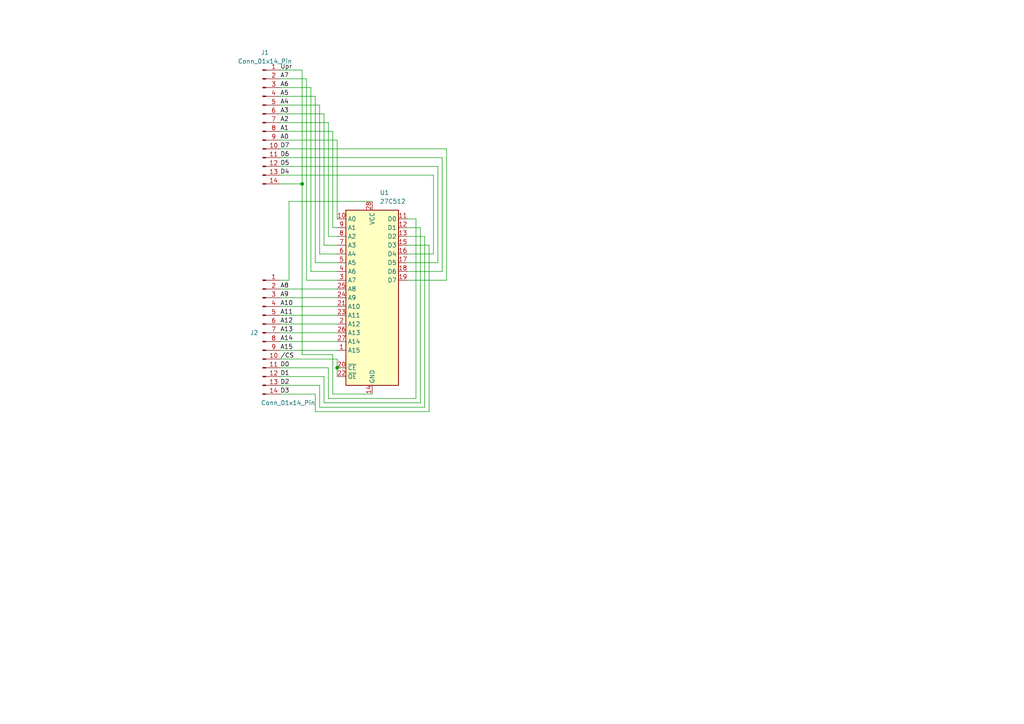
<source format=kicad_sch>
(kicad_sch (version 20230121) (generator eeschema)
  (paper "A4")
  (lib_symbols
    (symbol "Connector:Conn_01x14_Pin" (pin_names (offset 1.016) hide)
      (property "Reference" "J" (at 0 17.78 0))
      (property "Value" "Conn_01x14_Pin" (at 0 -20.32 0))
      (symbol "Conn_01x14_Pin_1_1"
        (polyline (pts (xy 1.27 -17.78) (xy 0.8636 -17.78)) (stroke (width 0.1524)))
        (polyline (pts (xy 1.27 -15.24) (xy 0.8636 -15.24)) (stroke (width 0.1524)))
        (polyline (pts (xy 1.27 -12.7) (xy 0.8636 -12.7)) (stroke (width 0.1524)))
        (polyline (pts (xy 1.27 -10.16) (xy 0.8636 -10.16)) (stroke (width 0.1524)))
        (polyline (pts (xy 1.27 -7.62) (xy 0.8636 -7.62)) (stroke (width 0.1524)))
        (polyline (pts (xy 1.27 -5.08) (xy 0.8636 -5.08)) (stroke (width 0.1524)))
        (polyline (pts (xy 1.27 -2.54) (xy 0.8636 -2.54)) (stroke (width 0.1524)))
        (polyline (pts (xy 1.27 0) (xy 0.8636 0)) (stroke (width 0.1524)))
        (polyline (pts (xy 1.27 2.54) (xy 0.8636 2.54)) (stroke (width 0.1524)))
        (polyline (pts (xy 1.27 5.08) (xy 0.8636 5.08)) (stroke (width 0.1524)))
        (polyline (pts (xy 1.27 7.62) (xy 0.8636 7.62)) (stroke (width 0.1524)))
        (polyline (pts (xy 1.27 10.16) (xy 0.8636 10.16)) (stroke (width 0.1524)))
        (polyline (pts (xy 1.27 12.7) (xy 0.8636 12.7)) (stroke (width 0.1524)))
        (polyline (pts (xy 1.27 15.24) (xy 0.8636 15.24)) (stroke (width 0.1524)))
        (rectangle (start 0.8636 -17.653) (end 0 -17.907) (stroke (width 0.1524)) (fill (type outline)))
        (rectangle (start 0.8636 -15.113) (end 0 -15.367) (stroke (width 0.1524)) (fill (type outline)))
        (rectangle (start 0.8636 -12.573) (end 0 -12.827) (stroke (width 0.1524)) (fill (type outline)))
        (rectangle (start 0.8636 -10.033) (end 0 -10.287) (stroke (width 0.1524)) (fill (type outline)))
        (rectangle (start 0.8636 -7.493) (end 0 -7.747) (stroke (width 0.1524)) (fill (type outline)))
        (rectangle (start 0.8636 -4.953) (end 0 -5.207) (stroke (width 0.1524)) (fill (type outline)))
        (rectangle (start 0.8636 -2.413) (end 0 -2.667) (stroke (width 0.1524)) (fill (type outline)))
        (rectangle (start 0.8636 0.127) (end 0 -0.127) (stroke (width 0.1524)) (fill (type outline)))
        (rectangle (start 0.8636 2.667) (end 0 2.413) (stroke (width 0.1524)) (fill (type outline)))
        (rectangle (start 0.8636 5.207) (end 0 4.953) (stroke (width 0.1524)) (fill (type outline)))
        (rectangle (start 0.8636 7.747) (end 0 7.493) (stroke (width 0.1524)) (fill (type outline)))
        (rectangle (start 0.8636 10.287) (end 0 10.033) (stroke (width 0.1524)) (fill (type outline)))
        (rectangle (start 0.8636 12.827) (end 0 12.573) (stroke (width 0.1524)) (fill (type outline)))
        (rectangle (start 0.8636 15.367) (end 0 15.113) (stroke (width 0.1524)) (fill (type outline)))
        (pin passive line (at 5.08 15.24 180) (length 3.81) (name "Pin_1") (number "1"))
        (pin passive line (at 5.08 -7.62 180) (length 3.81) (name "Pin_10") (number "10"))
        (pin passive line (at 5.08 -10.16 180) (length 3.81) (name "Pin_11") (number "11"))
        (pin passive line (at 5.08 -12.7 180) (length 3.81) (name "Pin_12") (number "12"))
        (pin passive line (at 5.08 -15.24 180) (length 3.81) (name "Pin_13") (number "13"))
        (pin passive line (at 5.08 -17.78 180) (length 3.81) (name "Pin_14") (number "14"))
        (pin passive line (at 5.08 12.7 180) (length 3.81) (name "Pin_2") (number "2"))
        (pin passive line (at 5.08 10.16 180) (length 3.81) (name "Pin_3") (number "3"))
        (pin passive line (at 5.08 7.62 180) (length 3.81) (name "Pin_4") (number "4"))
        (pin passive line (at 5.08 5.08 180) (length 3.81) (name "Pin_5") (number "5"))
        (pin passive line (at 5.08 2.54 180) (length 3.81) (name "Pin_6") (number "6"))
        (pin passive line (at 5.08 0 180) (length 3.81) (name "Pin_7") (number "7"))
        (pin passive line (at 5.08 -2.54 180) (length 3.81) (name "Pin_8") (number "8"))
        (pin passive line (at 5.08 -5.08 180) (length 3.81) (name "Pin_9") (number "9"))
      )
    )
    (symbol "Memory_EPROM:27C512"
      (property "Reference" "U" (at -7.62 26.67 0))
      (property "Value" "27C512" (at 2.54 -26.67 0))
      (symbol "27C512_1_1"
        (rectangle (start -7.62 25.4) (end 7.62 -25.4) (stroke (width 0.254)) (fill (type background)))
        (pin input line (at -10.16 -15.24 0) (length 2.54) (name "A15") (number "1"))
        (pin input line (at -10.16 22.86 0) (length 2.54) (name "A0") (number "10"))
        (pin tri_state line (at 10.16 22.86 180) (length 2.54) (name "D0") (number "11"))
        (pin tri_state line (at 10.16 20.32 180) (length 2.54) (name "D1") (number "12"))
        (pin tri_state line (at 10.16 17.78 180) (length 2.54) (name "D2") (number "13"))
        (pin power_in line (at 0 -27.94 90) (length 2.54) (name "GND") (number "14"))
        (pin tri_state line (at 10.16 15.24 180) (length 2.54) (name "D3") (number "15"))
        (pin tri_state line (at 10.16 12.7 180) (length 2.54) (name "D4") (number "16"))
        (pin tri_state line (at 10.16 10.16 180) (length 2.54) (name "D5") (number "17"))
        (pin tri_state line (at 10.16 7.62 180) (length 2.54) (name "D6") (number "18"))
        (pin tri_state line (at 10.16 5.08 180) (length 2.54) (name "D7") (number "19"))
        (pin input line (at -10.16 -7.62 0) (length 2.54) (name "A12") (number "2"))
        (pin input line (at -10.16 -20.32 0) (length 2.54) (name "~{CE}") (number "20"))
        (pin input line (at -10.16 -2.54 0) (length 2.54) (name "A10") (number "21"))
        (pin input line (at -10.16 -22.86 0) (length 2.54) (name "~{OE}") (number "22"))
        (pin input line (at -10.16 -5.08 0) (length 2.54) (name "A11") (number "23"))
        (pin input line (at -10.16 0 0) (length 2.54) (name "A9") (number "24"))
        (pin input line (at -10.16 2.54 0) (length 2.54) (name "A8") (number "25"))
        (pin input line (at -10.16 -10.16 0) (length 2.54) (name "A13") (number "26"))
        (pin input line (at -10.16 -12.7 0) (length 2.54) (name "A14") (number "27"))
        (pin power_in line (at 0 27.94 270) (length 2.54) (name "VCC") (number "28"))
        (pin input line (at -10.16 5.08 0) (length 2.54) (name "A7") (number "3"))
        (pin input line (at -10.16 7.62 0) (length 2.54) (name "A6") (number "4"))
        (pin input line (at -10.16 10.16 0) (length 2.54) (name "A5") (number "5"))
        (pin input line (at -10.16 12.7 0) (length 2.54) (name "A4") (number "6"))
        (pin input line (at -10.16 15.24 0) (length 2.54) (name "A3") (number "7"))
        (pin input line (at -10.16 17.78 0) (length 2.54) (name "A2") (number "8"))
        (pin input line (at -10.16 20.32 0) (length 2.54) (name "A1") (number "9"))
      )
    )
  )
  (junction (at 97.79 106.68))
  (junction (at 87.63 53.34))
  (wire (pts (xy 81.28 114.3) (xy 91.44 114.3)))
  (wire (pts (xy 92.71 118.11) (xy 123.19 118.11)))
  (wire (pts (xy 124.46 119.38) (xy 124.46 71.12)))
  (wire (pts (xy 125.73 50.8) (xy 81.28 50.8)))
  (wire (pts (xy 81.28 111.76) (xy 92.71 111.76)))
  (wire (pts (xy 118.11 81.28) (xy 129.54 81.28)))
  (wire (pts (xy 129.54 81.28) (xy 129.54 43.18)))
  (wire (pts (xy 91.44 114.3) (xy 91.44 119.38)))
  (wire (pts (xy 96.52 102.87) (xy 96.52 114.3)))
  (wire (pts (xy 81.28 101.6) (xy 97.79 101.6)))
  (wire (pts (xy 95.25 115.57) (xy 120.65 115.57)))
  (wire (pts (xy 88.9 81.28) (xy 88.9 22.86)))
  (wire (pts (xy 120.65 115.57) (xy 120.65 63.5)))
  (wire (pts (xy 97.79 71.12) (xy 93.98 71.12)))
  (wire (pts (xy 93.98 109.22) (xy 93.98 116.84)))
  (wire (pts (xy 97.79 68.58) (xy 95.25 68.58)))
  (wire (pts (xy 81.28 45.72) (xy 128.27 45.72)))
  (wire (pts (xy 129.54 43.18) (xy 81.28 43.18)))
  (wire (pts (xy 97.79 76.2) (xy 91.44 76.2)))
  (wire (pts (xy 97.79 40.64) (xy 97.79 63.5)))
  (wire (pts (xy 81.28 109.22) (xy 93.98 109.22)))
  (wire (pts (xy 83.82 58.42) (xy 83.82 81.28)))
  (wire (pts (xy 93.98 116.84) (xy 121.92 116.84)))
  (wire (pts (xy 123.19 68.58) (xy 118.11 68.58)))
  (wire (pts (xy 97.79 73.66) (xy 92.71 73.66)))
  (wire (pts (xy 121.92 116.84) (xy 121.92 66.04)))
  (wire (pts (xy 118.11 73.66) (xy 125.73 73.66)))
  (wire (pts (xy 81.28 93.98) (xy 97.79 93.98)))
  (wire (pts (xy 87.63 20.32) (xy 87.63 53.34)))
  (wire (pts (xy 124.46 71.12) (xy 118.11 71.12)))
  (wire (pts (xy 87.63 53.34) (xy 87.63 102.87)))
  (wire (pts (xy 95.25 35.56) (xy 81.28 35.56)))
  (wire (pts (xy 97.79 78.74) (xy 90.17 78.74)))
  (wire (pts (xy 81.28 40.64) (xy 97.79 40.64)))
  (wire (pts (xy 128.27 78.74) (xy 118.11 78.74)))
  (wire (pts (xy 91.44 119.38) (xy 124.46 119.38)))
  (wire (pts (xy 87.63 102.87) (xy 96.52 102.87)))
  (wire (pts (xy 90.17 25.4) (xy 81.28 25.4)))
  (wire (pts (xy 123.19 118.11) (xy 123.19 68.58)))
  (wire (pts (xy 125.73 73.66) (xy 125.73 50.8)))
  (wire (pts (xy 81.28 83.82) (xy 97.79 83.82)))
  (wire (pts (xy 121.92 66.04) (xy 118.11 66.04)))
  (wire (pts (xy 97.79 106.68) (xy 97.79 109.22)))
  (wire (pts (xy 81.28 48.26) (xy 127 48.26)))
  (wire (pts (xy 81.28 38.1) (xy 96.52 38.1)))
  (wire (pts (xy 96.52 114.3) (xy 107.95 114.3)))
  (wire (pts (xy 81.28 86.36) (xy 97.79 86.36)))
  (wire (pts (xy 83.82 81.28) (xy 81.28 81.28)))
  (wire (pts (xy 127 48.26) (xy 127 76.2)))
  (wire (pts (xy 81.28 104.14) (xy 97.79 104.14)))
  (wire (pts (xy 93.98 71.12) (xy 93.98 33.02)))
  (wire (pts (xy 81.28 106.68) (xy 95.25 106.68)))
  (wire (pts (xy 81.28 88.9) (xy 97.79 88.9)))
  (wire (pts (xy 97.79 81.28) (xy 88.9 81.28)))
  (wire (pts (xy 92.71 111.76) (xy 92.71 118.11)))
  (wire (pts (xy 107.95 58.42) (xy 83.82 58.42)))
  (wire (pts (xy 120.65 63.5) (xy 118.11 63.5)))
  (wire (pts (xy 127 76.2) (xy 118.11 76.2)))
  (wire (pts (xy 92.71 73.66) (xy 92.71 30.48)))
  (wire (pts (xy 88.9 22.86) (xy 81.28 22.86)))
  (wire (pts (xy 92.71 30.48) (xy 81.28 30.48)))
  (wire (pts (xy 81.28 53.34) (xy 87.63 53.34)))
  (wire (pts (xy 81.28 96.52) (xy 97.79 96.52)))
  (wire (pts (xy 97.79 66.04) (xy 96.52 66.04)))
  (wire (pts (xy 93.98 33.02) (xy 81.28 33.02)))
  (wire (pts (xy 128.27 45.72) (xy 128.27 78.74)))
  (wire (pts (xy 97.79 104.14) (xy 97.79 106.68)))
  (wire (pts (xy 91.44 27.94) (xy 81.28 27.94)))
  (wire (pts (xy 91.44 76.2) (xy 91.44 27.94)))
  (wire (pts (xy 81.28 99.06) (xy 97.79 99.06)))
  (wire (pts (xy 95.25 68.58) (xy 95.25 35.56)))
  (wire (pts (xy 90.17 78.74) (xy 90.17 25.4)))
  (wire (pts (xy 81.28 20.32) (xy 87.63 20.32)))
  (wire (pts (xy 81.28 91.44) (xy 97.79 91.44)))
  (wire (pts (xy 95.25 106.68) (xy 95.25 115.57)))
  (wire (pts (xy 96.52 66.04) (xy 96.52 38.1)))
  (label "{slash}CS" (at 81.28 104.14 0))
  (label "A4" (at 81.28 30.48 0))
  (label "D4" (at 81.28 50.8 0))
  (label "D3" (at 81.28 114.3 0))
  (label "D7" (at 81.28 43.18 0))
  (label "A9" (at 81.28 86.36 0))
  (label "D2" (at 81.28 111.76 0))
  (label "A12" (at 81.28 93.98 0))
  (label "A10" (at 81.28 88.9 0))
  (label "A15" (at 81.28 101.6 0))
  (label "D5" (at 81.28 48.26 0))
  (label "A0" (at 81.28 40.64 0))
  (label "A2" (at 81.28 35.56 0))
  (label "A7" (at 81.28 22.86 0))
  (label "A8" (at 81.28 83.82 0))
  (label "A11" (at 81.28 91.44 0))
  (label "D0" (at 81.28 106.68 0))
  (label "A14" (at 81.28 99.06 0))
  (label "Upr" (at 81.28 20.32 0))
  (label "A13" (at 81.28 96.52 0))
  (label "D1" (at 81.28 109.22 0))
  (label "A1" (at 81.28 38.1 0))
  (label "A3" (at 81.28 33.02 0))
  (label "D6" (at 81.28 45.72 0))
  (label "A6" (at 81.28 25.4 0))
  (label "A5" (at 81.28 27.94 0))
  (symbol (lib_id "Connector:Conn_01x14_Pin") (at 76.2 96.52 0) (unit 1)
    (property "Reference" "J2" (at 74.93 96.52 0) (effects (justify right)))
    (property "Value" "Conn_01x14_Pin" (at 91.44 116.84 0) (effects (justify right)))
    (property "Footprint" "Connector_PinHeader_2.54mm:PinHeader_1x14_P2.54mm_Vertical" (effects hide))
  )
  (symbol (lib_id "Memory_EPROM:27C512") (at 107.95 86.36 0) (unit 1)
    (property "Reference" "U1" (at 110.1441 55.88 0) (effects (justify left)))
    (property "Value" "27C512" (at 110.1441 58.42 0) (effects (justify left)))
    (property "Footprint" "Package_DIP:DIP-28_W15.24mm" (effects hide))
    (property "Datasheet" "http://ww1.microchip.com/downloads/en/DeviceDoc/doc0015.pdf" (effects hide))
  )
  (symbol (lib_id "Connector:Conn_01x14_Pin") (at 76.2 35.56 0) (unit 1)
    (property "Reference" "J1" (at 76.835 15.24 0))
    (property "Value" "Conn_01x14_Pin" (at 76.835 17.78 0))
    (property "Footprint" "Connector_PinHeader_2.54mm:PinHeader_1x14_P2.54mm_Vertical" (effects hide))
  )
)
</source>
